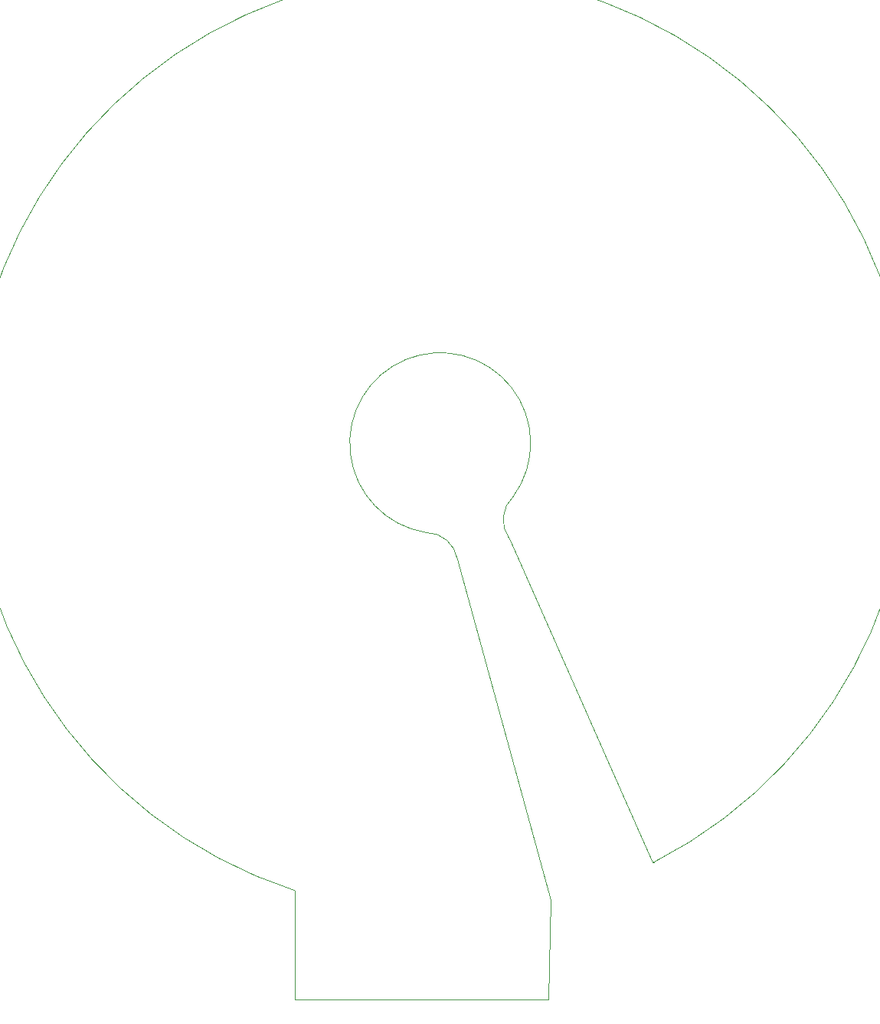
<source format=gbr>
%TF.GenerationSoftware,Altium Limited,Altium Designer,21.9.2 (33)*%
G04 Layer_Color=0*
%FSLAX45Y45*%
%MOMM*%
%TF.SameCoordinates,587BC58A-32DF-419A-8411-CC1EB37CAFE9*%
%TF.FilePolarity,Positive*%
%TF.FileFunction,Profile,NP*%
%TF.Part,Single*%
G01*
G75*
%TA.AperFunction,Profile*%
%ADD14C,0.02540*%
D14*
X-1606888Y-6150000D02*
Y-4945494D01*
D02*
G02*
X2360751Y-4633234I1606888J4945494D01*
G01*
X2350891Y-4637596D01*
X761825Y-1053340D01*
D02*
G02*
X809017Y-587785I291631J205607D01*
G01*
D02*
G03*
X-156434Y-987688I-809018J587785D01*
G01*
D02*
G02*
X191404Y-1285845I0J-351977D01*
G01*
X1218099Y-5048277D01*
X1198193Y-6150000D01*
X-1606888D01*
%TF.MD5,870f2f27cf21d6352692de42fd250e6c*%
M02*

</source>
